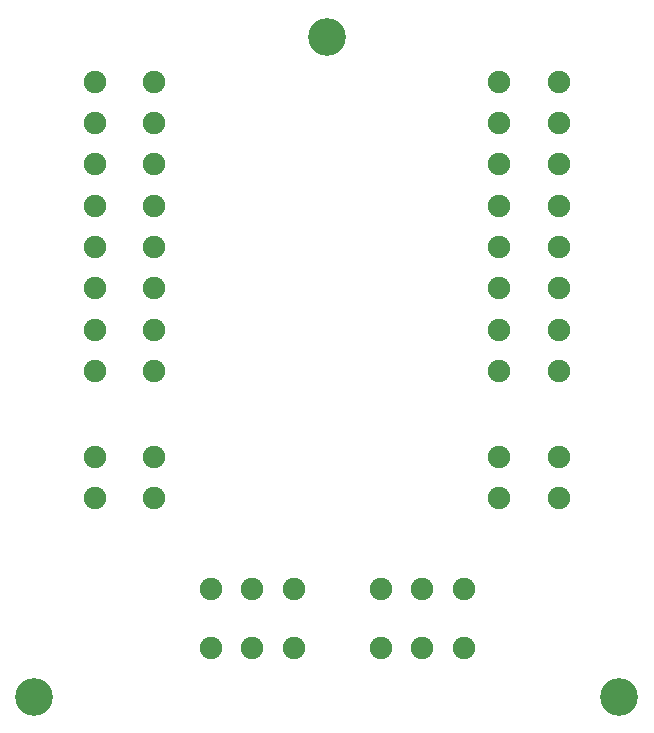
<source format=gbs>
G04 #@! TF.GenerationSoftware,KiCad,Pcbnew,8.0.6*
G04 #@! TF.CreationDate,2024-11-26T19:11:37-08:00*
G04 #@! TF.ProjectId,Constellation STAR ITC V1.0,436f6e73-7465-46c6-9c61-74696f6e2053,rev?*
G04 #@! TF.SameCoordinates,Original*
G04 #@! TF.FileFunction,Soldermask,Bot*
G04 #@! TF.FilePolarity,Negative*
%FSLAX46Y46*%
G04 Gerber Fmt 4.6, Leading zero omitted, Abs format (unit mm)*
G04 Created by KiCad (PCBNEW 8.0.6) date 2024-11-26 19:11:37*
%MOMM*%
%LPD*%
G01*
G04 APERTURE LIST*
%ADD10C,3.200000*%
%ADD11C,1.900000*%
G04 APERTURE END LIST*
D10*
X78740000Y-85090000D03*
X29210000Y-85090000D03*
X53975000Y-29210000D03*
D11*
X39370000Y-57520005D03*
X34370000Y-57520005D03*
X39370000Y-54020005D03*
X34370001Y-54020004D03*
X39370000Y-50520003D03*
X34370000Y-50520003D03*
X39370000Y-47020002D03*
X34370000Y-47020002D03*
X39370000Y-43520002D03*
X34370000Y-43520002D03*
X39370000Y-40020002D03*
X34370000Y-40020002D03*
X39370000Y-36520001D03*
X34370000Y-36520001D03*
X39370000Y-33020000D03*
X34370000Y-33020000D03*
X68580000Y-64770000D03*
X73580000Y-64770000D03*
X68580000Y-68270000D03*
X73580000Y-68270000D03*
X39370000Y-68270000D03*
X34370000Y-68270000D03*
X39370000Y-64770000D03*
X34370000Y-64770000D03*
X51150000Y-75950000D03*
X51150000Y-80950000D03*
X47650000Y-75950000D03*
X47650000Y-80950000D03*
X44149999Y-75950000D03*
X44149999Y-80950000D03*
X68580000Y-33020000D03*
X73580000Y-33020000D03*
X68580000Y-36520000D03*
X73579999Y-36520001D03*
X68580000Y-40020002D03*
X73580000Y-40020002D03*
X68580000Y-43520003D03*
X73580000Y-43520003D03*
X68580000Y-47020003D03*
X73580000Y-47020003D03*
X68580000Y-50520003D03*
X73580000Y-50520003D03*
X68580000Y-54020004D03*
X73580000Y-54020004D03*
X68580000Y-57520005D03*
X73580000Y-57520005D03*
X65545791Y-75950000D03*
X65545791Y-80950000D03*
X62045791Y-75950000D03*
X62045791Y-80950000D03*
X58545790Y-75950000D03*
X58545790Y-80950000D03*
M02*

</source>
